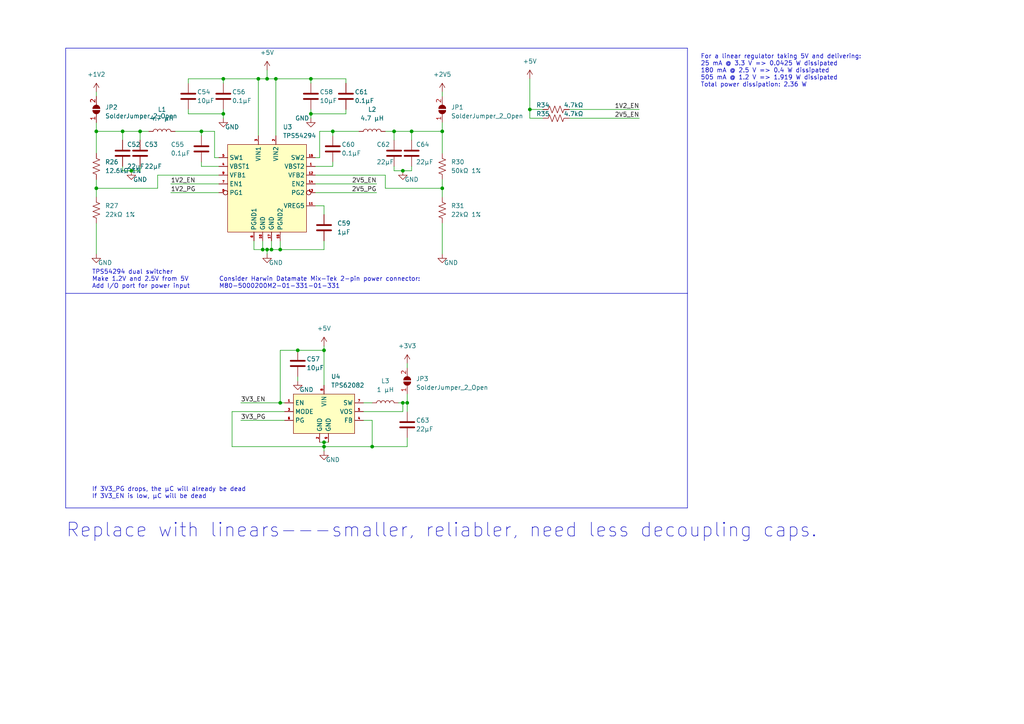
<source format=kicad_sch>
(kicad_sch (version 20230121) (generator eeschema)
  (paper "A4")
  (lib_symbols
    (symbol "Device:C" (pin_numbers hide) (pin_names (offset 0.254))
      (property "Reference" "C" (at 0.635 2.54 0))
      (property "Value" "C" (at 0.635 -2.54 0))
      (symbol "C_0_1"
        (polyline (pts (xy -2.032 -0.762) (xy 2.032 -0.762)) (stroke (width 0.508)))
        (polyline (pts (xy -2.032 0.762) (xy 2.032 0.762)) (stroke (width 0.508)))
      )
      (symbol "C_1_1"
        (pin passive line (at 0 3.81 270) (length 2.794) (name "~") (number "1"))
        (pin passive line (at 0 -3.81 90) (length 2.794) (name "~") (number "2"))
      )
    )
    (symbol "Device:L" (pin_numbers hide) (pin_names (offset 1.016) hide)
      (property "Reference" "L" (at -1.27 0 90))
      (property "Value" "L" (at 1.905 0 90))
      (symbol "L_0_1"
        (arc (start 0 -2.54) (mid 0.6323 -1.905) (end 0 -1.27))
        (arc (start 0 -1.27) (mid 0.6323 -0.635) (end 0 0))
        (arc (start 0 0) (mid 0.6323 0.635) (end 0 1.27))
        (arc (start 0 1.27) (mid 0.6323 1.905) (end 0 2.54))
      )
      (symbol "L_1_1"
        (pin passive line (at 0 3.81 270) (length 1.27) (name "1") (number "1"))
        (pin passive line (at 0 -3.81 90) (length 1.27) (name "2") (number "2"))
      )
    )
    (symbol "Device:R_US" (pin_numbers hide) (pin_names (offset 0))
      (property "Reference" "R" (at 2.54 0 90))
      (property "Value" "R_US" (at -2.54 0 90))
      (symbol "R_US_0_1"
        (polyline (pts (xy 0 -2.286) (xy 0 -2.54)))
        (polyline (pts (xy 0 2.286) (xy 0 2.54)))
        (polyline (pts (xy 0 -0.762) (xy 1.016 -1.143) (xy 0 -1.524) (xy -1.016 -1.905) (xy 0 -2.286)))
        (polyline (pts (xy 0 0.762) (xy 1.016 0.381) (xy 0 0) (xy -1.016 -0.381) (xy 0 -0.762)))
        (polyline (pts (xy 0 2.286) (xy 1.016 1.905) (xy 0 1.524) (xy -1.016 1.143) (xy 0 0.762)))
      )
      (symbol "R_US_1_1"
        (pin passive line (at 0 3.81 270) (length 1.27) (name "~") (number "1"))
        (pin passive line (at 0 -3.81 90) (length 1.27) (name "~") (number "2"))
      )
    )
    (symbol "Jumper:SolderJumper_2_Open" (pin_names (offset 0) hide)
      (property "Reference" "JP" (at 0 2.032 0))
      (property "Value" "SolderJumper_2_Open" (at 0 -2.54 0))
      (symbol "SolderJumper_2_Open_0_1"
        (arc (start -0.254 1.016) (mid -1.2656 0) (end -0.254 -1.016))
        (arc (start -0.254 1.016) (mid -1.2656 0) (end -0.254 -1.016) (fill (type outline)))
        (polyline (pts (xy -0.254 1.016) (xy -0.254 -1.016)))
        (polyline (pts (xy 0.254 1.016) (xy 0.254 -1.016)))
        (arc (start 0.254 -1.016) (mid 1.2656 0) (end 0.254 1.016))
        (arc (start 0.254 -1.016) (mid 1.2656 0) (end 0.254 1.016) (fill (type outline)))
      )
      (symbol "SolderJumper_2_Open_1_1"
        (pin passive line (at -3.81 0 0) (length 2.54) (name "A") (number "1"))
        (pin passive line (at 3.81 0 180) (length 2.54) (name "B") (number "2"))
      )
    )
    (symbol "Regulator_Switching:TPS54294"
      (property "Reference" "U" (at 10.16 2.54 0))
      (property "Value" "TPS54294" (at 11.43 -26.67 0))
      (symbol "TPS54294_0_1"
        (rectangle (start -11.43 0) (end 11.43 -25.4) (fill (type background)))
      )
      (symbol "TPS54294_1_1"
        (pin passive line (at 13.97 -6.35 180) (length 2.54) (name "VBST2") (number "1"))
        (pin passive line (at -1.27 -27.94 90) (length 2.54) (name "GND") (number "10"))
        (pin passive line (at 13.97 -17.78 180) (length 2.54) (name "VREG5") (number "11"))
        (pin passive line (at 13.97 -8.89 180) (length 2.54) (name "VFB2") (number "12"))
        (pin output inverted (at 13.97 -13.97 180) (length 2.54) (name "PG2") (number "13"))
        (pin input line (at 13.97 -11.43 180) (length 2.54) (name "EN2") (number "14"))
        (pin passive line (at 3.81 -27.94 90) (length 2.54) (name "PGND2") (number "15"))
        (pin open_collector line (at 13.97 -3.81 180) (length 2.54) (name "SW2") (number "16"))
        (pin passive line (at 1.27 -27.94 90) (length 2.54) (name "GND") (number "17"))
        (pin power_in line (at 2.54 2.54 270) (length 2.54) (name "VIN2") (number "2"))
        (pin power_in line (at -2.54 2.54 270) (length 2.54) (name "VIN1") (number "3"))
        (pin passive line (at -13.97 -6.35 0) (length 2.54) (name "VBST1") (number "4"))
        (pin open_collector line (at -13.97 -3.81 0) (length 2.54) (name "SW1") (number "5"))
        (pin passive line (at -3.81 -27.94 90) (length 2.54) (name "PGND1") (number "6"))
        (pin input line (at -13.97 -11.43 0) (length 2.54) (name "EN1") (number "7"))
        (pin output inverted (at -13.97 -13.97 0) (length 2.54) (name "PG1") (number "8"))
        (pin passive line (at -13.97 -8.89 0) (length 2.54) (name "VFB1") (number "9"))
      )
    )
    (symbol "Regulator_Switching:TPS62082"
      (property "Reference" "U" (at -7.62 3.81 0))
      (property "Value" "TPS62082" (at 5.08 3.81 0))
      (symbol "TPS62082_0_1"
        (rectangle (start -8.89 2.54) (end 8.89 -8.89) (fill (type background)))
      )
      (symbol "TPS62082_1_1"
        (pin input line (at -11.43 0 0) (length 2.54) (name "EN") (number "1"))
        (pin passive line (at -1.27 -11.43 90) (length 2.54) (name "GND") (number "2"))
        (pin input line (at -11.43 -2.54 0) (length 2.54) (name "MODE") (number "3"))
        (pin input line (at 11.43 -5.08 180) (length 2.54) (name "FB") (number "4"))
        (pin input line (at 11.43 -2.54 180) (length 2.54) (name "VOS") (number "5"))
        (pin output line (at -11.43 -5.08 0) (length 2.54) (name "PG") (number "6"))
        (pin output line (at 11.43 0 180) (length 2.54) (name "SW") (number "7"))
        (pin power_in line (at 0 5.08 270) (length 2.54) (name "VIN") (number "8"))
        (pin passive line (at 1.27 -11.43 90) (length 2.54) (name "GND") (number "9"))
      )
    )
    (symbol "power:+1V2" (power) (pin_names (offset 0))
      (property "Value" "+1V2" (at 0 3.556 0))
      (symbol "+1V2_0_1"
        (polyline (pts (xy -0.762 1.27) (xy 0 2.54)))
        (polyline (pts (xy 0 0) (xy 0 2.54)))
        (polyline (pts (xy 0 2.54) (xy 0.762 1.27)))
      )
      (symbol "+1V2_1_1"
        (pin power_in line (at 0 0 90) (length 0) hide (name "+1V2") (number "1"))
      )
    )
    (symbol "power:+2V5" (power) (pin_names (offset 0))
      (property "Value" "+2V5" (at 0 3.556 0))
      (symbol "+2V5_0_1"
        (polyline (pts (xy -0.762 1.27) (xy 0 2.54)))
        (polyline (pts (xy 0 0) (xy 0 2.54)))
        (polyline (pts (xy 0 2.54) (xy 0.762 1.27)))
      )
      (symbol "+2V5_1_1"
        (pin power_in line (at 0 0 90) (length 0) hide (name "+2V5") (number "1"))
      )
    )
    (symbol "power:+3V3" (power) (pin_names (offset 0))
      (property "Value" "+3V3" (at 0 3.556 0))
      (symbol "+3V3_0_1"
        (polyline (pts (xy -0.762 1.27) (xy 0 2.54)))
        (polyline (pts (xy 0 0) (xy 0 2.54)))
        (polyline (pts (xy 0 2.54) (xy 0.762 1.27)))
      )
      (symbol "+3V3_1_1"
        (pin power_in line (at 0 0 90) (length 0) hide (name "+3V3") (number "1"))
      )
    )
    (symbol "power:+5V" (power) (pin_names (offset 0))
      (property "Value" "+5V" (at 0 3.556 0))
      (symbol "+5V_0_1"
        (polyline (pts (xy -0.762 1.27) (xy 0 2.54)))
        (polyline (pts (xy 0 0) (xy 0 2.54)))
        (polyline (pts (xy 0 2.54) (xy 0.762 1.27)))
      )
      (symbol "+5V_1_1"
        (pin power_in line (at 0 0 90) (length 0) hide (name "+5V") (number "1"))
      )
    )
    (symbol "power:GND" (power) (pin_names (offset 0))
      (property "Value" "GND" (at 0 -3.81 0))
      (symbol "GND_0_1"
        (polyline (pts (xy 0 0) (xy 0 -1.27) (xy 1.27 -1.27) (xy 0 -2.54) (xy -1.27 -1.27) (xy 0 -1.27)))
      )
      (symbol "GND_1_1"
        (pin power_in line (at 0 0 270) (length 0) hide (name "GND") (number "1"))
      )
    )
  )
  (junction (at 128.27 38.1))
  (junction (at 74.93 22.86))
  (junction (at 38.1 49.53))
  (junction (at 81.28 116.84))
  (junction (at 27.94 38.1))
  (junction (at 114.3 38.1))
  (junction (at 90.17 33.02))
  (junction (at 116.84 49.53))
  (junction (at 80.01 22.86))
  (junction (at 96.52 38.1))
  (junction (at 64.77 33.02))
  (junction (at 77.47 22.86))
  (junction (at 76.2 72.39))
  (junction (at 107.95 129.54))
  (junction (at 153.67 31.75))
  (junction (at 27.94 54.61))
  (junction (at 35.56 38.1))
  (junction (at 86.36 101.6))
  (junction (at 78.74 72.39))
  (junction (at 90.17 22.86))
  (junction (at 77.47 72.39))
  (junction (at 93.98 101.6))
  (junction (at 81.28 72.39))
  (junction (at 93.98 128.27))
  (junction (at 93.98 129.54))
  (junction (at 116.84 116.84))
  (junction (at 58.42 38.1))
  (junction (at 40.64 38.1))
  (junction (at 128.27 54.61))
  (junction (at 118.11 116.84))
  (junction (at 64.77 22.86))
  (junction (at 119.38 38.1))
  (wire (pts (xy 58.42 38.1) (xy 62.23 38.1)))
  (wire (pts (xy 90.17 33.02) (xy 90.17 34.29)))
  (wire (pts (xy 74.93 22.86) (xy 74.93 39.37)))
  (wire (pts (xy 54.61 22.86) (xy 64.77 22.86)))
  (wire (pts (xy 73.66 72.39) (xy 76.2 72.39)))
  (wire (pts (xy 118.11 105.41) (xy 118.11 106.68)))
  (wire (pts (xy 43.18 38.1) (xy 40.64 38.1)))
  (wire (pts (xy 35.56 38.1) (xy 35.56 40.64)))
  (wire (pts (xy 27.94 38.1) (xy 27.94 35.56)))
  (wire (pts (xy 45.72 54.61) (xy 45.72 50.8)))
  (wire (pts (xy 111.76 50.8) (xy 111.76 54.61)))
  (wire (pts (xy 128.27 38.1) (xy 128.27 44.45)))
  (wire (pts (xy 93.98 101.6) (xy 93.98 111.76)))
  (wire (pts (xy 81.28 69.85) (xy 81.28 72.39)))
  (wire (pts (xy 92.71 128.27) (xy 93.98 128.27)))
  (wire (pts (xy 93.98 128.27) (xy 95.25 128.27)))
  (wire (pts (xy 77.47 72.39) (xy 76.2 72.39)))
  (wire (pts (xy 153.67 31.75) (xy 157.48 31.75)))
  (wire (pts (xy 58.42 38.1) (xy 58.42 39.37)))
  (wire (pts (xy 67.31 119.38) (xy 67.31 129.54)))
  (wire (pts (xy 38.1 49.53) (xy 40.64 49.53)))
  (wire (pts (xy 93.98 101.6) (xy 86.36 101.6)))
  (wire (pts (xy 35.56 48.26) (xy 35.56 49.53)))
  (wire (pts (xy 40.64 49.53) (xy 40.64 48.26)))
  (wire (pts (xy 81.28 116.84) (xy 82.55 116.84)))
  (polyline (pts (xy 199.39 147.32) (xy 19.05 147.32)))
  (wire (pts (xy 105.41 121.92) (xy 107.95 121.92)))
  (wire (pts (xy 64.77 22.86) (xy 64.77 24.13)))
  (wire (pts (xy 114.3 38.1) (xy 119.38 38.1)))
  (wire (pts (xy 27.94 52.07) (xy 27.94 54.61)))
  (wire (pts (xy 54.61 24.13) (xy 54.61 22.86)))
  (polyline (pts (xy 199.39 85.09) (xy 199.39 147.32)))
  (wire (pts (xy 27.94 54.61) (xy 45.72 54.61)))
  (wire (pts (xy 96.52 48.26) (xy 91.44 48.26)))
  (wire (pts (xy 62.23 45.72) (xy 63.5 45.72)))
  (wire (pts (xy 153.67 31.75) (xy 153.67 34.29)))
  (wire (pts (xy 91.44 45.72) (xy 92.71 45.72)))
  (wire (pts (xy 58.42 48.26) (xy 63.5 48.26)))
  (wire (pts (xy 27.94 64.77) (xy 27.94 73.66)))
  (wire (pts (xy 35.56 49.53) (xy 38.1 49.53)))
  (wire (pts (xy 40.64 38.1) (xy 35.56 38.1)))
  (wire (pts (xy 67.31 129.54) (xy 93.98 129.54)))
  (wire (pts (xy 80.01 22.86) (xy 80.01 39.37)))
  (wire (pts (xy 27.94 57.15) (xy 27.94 54.61)))
  (wire (pts (xy 81.28 101.6) (xy 86.36 101.6)))
  (wire (pts (xy 73.66 69.85) (xy 73.66 72.39)))
  (wire (pts (xy 90.17 22.86) (xy 90.17 24.13)))
  (wire (pts (xy 92.71 38.1) (xy 96.52 38.1)))
  (wire (pts (xy 105.41 119.38) (xy 116.84 119.38)))
  (wire (pts (xy 50.8 38.1) (xy 58.42 38.1)))
  (wire (pts (xy 93.98 129.54) (xy 93.98 130.81)))
  (wire (pts (xy 27.94 38.1) (xy 27.94 44.45)))
  (wire (pts (xy 93.98 128.27) (xy 93.98 129.54)))
  (wire (pts (xy 153.67 34.29) (xy 157.48 34.29)))
  (wire (pts (xy 93.98 100.33) (xy 93.98 101.6)))
  (wire (pts (xy 67.31 119.38) (xy 82.55 119.38)))
  (polyline (pts (xy 199.39 13.97) (xy 199.39 85.09)))
  (wire (pts (xy 45.72 50.8) (xy 63.5 50.8)))
  (wire (pts (xy 35.56 38.1) (xy 27.94 38.1)))
  (wire (pts (xy 64.77 33.02) (xy 64.77 34.29)))
  (polyline (pts (xy 19.05 13.97) (xy 199.39 13.97)))
  (polyline (pts (xy 199.39 85.09) (xy 19.05 85.09)))
  (polyline (pts (xy 19.05 147.32) (xy 19.05 85.09)))
  (wire (pts (xy 128.27 64.77) (xy 128.27 73.66)))
  (wire (pts (xy 40.64 38.1) (xy 40.64 40.64)))
  (wire (pts (xy 119.38 49.53) (xy 116.84 49.53)))
  (wire (pts (xy 153.67 22.86) (xy 153.67 31.75)))
  (wire (pts (xy 116.84 116.84) (xy 118.11 116.84)))
  (wire (pts (xy 118.11 127) (xy 118.11 129.54)))
  (wire (pts (xy 119.38 49.53) (xy 119.38 48.26)))
  (wire (pts (xy 128.27 54.61) (xy 128.27 57.15)))
  (wire (pts (xy 90.17 22.86) (xy 100.33 22.86)))
  (wire (pts (xy 128.27 38.1) (xy 128.27 35.56)))
  (wire (pts (xy 111.76 38.1) (xy 114.3 38.1)))
  (wire (pts (xy 118.11 119.38) (xy 118.11 116.84)))
  (wire (pts (xy 58.42 46.99) (xy 58.42 48.26)))
  (wire (pts (xy 165.1 31.75) (xy 185.42 31.75)))
  (wire (pts (xy 96.52 38.1) (xy 104.14 38.1)))
  (wire (pts (xy 63.5 53.34) (xy 49.53 53.34)))
  (wire (pts (xy 105.41 116.84) (xy 107.95 116.84)))
  (wire (pts (xy 128.27 52.07) (xy 128.27 54.61)))
  (wire (pts (xy 114.3 48.26) (xy 114.3 49.53)))
  (wire (pts (xy 91.44 53.34) (xy 109.22 53.34)))
  (wire (pts (xy 93.98 72.39) (xy 81.28 72.39)))
  (wire (pts (xy 54.61 33.02) (xy 64.77 33.02)))
  (wire (pts (xy 64.77 22.86) (xy 74.93 22.86)))
  (polyline (pts (xy 19.05 85.09) (xy 19.05 13.97)))
  (wire (pts (xy 115.57 116.84) (xy 116.84 116.84)))
  (wire (pts (xy 69.85 121.92) (xy 82.55 121.92)))
  (wire (pts (xy 77.47 72.39) (xy 77.47 73.66)))
  (wire (pts (xy 69.85 116.84) (xy 81.28 116.84)))
  (wire (pts (xy 78.74 69.85) (xy 78.74 72.39)))
  (wire (pts (xy 49.53 55.88) (xy 63.5 55.88)))
  (wire (pts (xy 93.98 129.54) (xy 107.95 129.54)))
  (wire (pts (xy 77.47 22.86) (xy 80.01 22.86)))
  (wire (pts (xy 90.17 31.75) (xy 90.17 33.02)))
  (wire (pts (xy 119.38 38.1) (xy 119.38 40.64)))
  (wire (pts (xy 114.3 38.1) (xy 114.3 40.64)))
  (wire (pts (xy 81.28 116.84) (xy 81.28 101.6)))
  (wire (pts (xy 54.61 31.75) (xy 54.61 33.02)))
  (wire (pts (xy 80.01 22.86) (xy 90.17 22.86)))
  (wire (pts (xy 78.74 72.39) (xy 77.47 72.39)))
  (wire (pts (xy 76.2 72.39) (xy 76.2 69.85)))
  (wire (pts (xy 81.28 72.39) (xy 78.74 72.39)))
  (wire (pts (xy 93.98 69.85) (xy 93.98 72.39)))
  (wire (pts (xy 93.98 62.23) (xy 93.98 59.69)))
  (wire (pts (xy 27.94 27.94) (xy 27.94 26.67)))
  (wire (pts (xy 118.11 114.3) (xy 118.11 116.84)))
  (wire (pts (xy 90.17 33.02) (xy 100.33 33.02)))
  (wire (pts (xy 107.95 121.92) (xy 107.95 129.54)))
  (wire (pts (xy 91.44 50.8) (xy 111.76 50.8)))
  (wire (pts (xy 62.23 38.1) (xy 62.23 45.72)))
  (wire (pts (xy 165.1 34.29) (xy 185.42 34.29)))
  (wire (pts (xy 77.47 20.32) (xy 77.47 22.86)))
  (wire (pts (xy 100.33 22.86) (xy 100.33 24.13)))
  (wire (pts (xy 91.44 55.88) (xy 109.22 55.88)))
  (wire (pts (xy 74.93 22.86) (xy 77.47 22.86)))
  (wire (pts (xy 96.52 38.1) (xy 96.52 39.37)))
  (wire (pts (xy 100.33 31.75) (xy 100.33 33.02)))
  (wire (pts (xy 92.71 45.72) (xy 92.71 38.1)))
  (wire (pts (xy 119.38 38.1) (xy 128.27 38.1)))
  (wire (pts (xy 93.98 59.69) (xy 91.44 59.69)))
  (wire (pts (xy 128.27 27.94) (xy 128.27 26.67)))
  (wire (pts (xy 64.77 31.75) (xy 64.77 33.02)))
  (wire (pts (xy 114.3 49.53) (xy 116.84 49.53)))
  (wire (pts (xy 116.84 119.38) (xy 116.84 116.84)))
  (wire (pts (xy 111.76 54.61) (xy 128.27 54.61)))
  (wire (pts (xy 118.11 129.54) (xy 107.95 129.54)))
  (wire (pts (xy 96.52 46.99) (xy 96.52 48.26)))
  (wire (pts (xy 86.36 109.22) (xy 86.36 110.49)))
  (text "Consider Harwin Datamate Mix-Tek 2-pin power connector:\nM80-5000200M2-01-331-01-331" (at 63.5 83.82 0) (effects (font (size 1.27 1.27)) (justify left bottom)))
  (text "For a linear regulator taking 5V and delivering:\n25 mA @ 3.3 V => 0.0425 W dissipated \n180 mA @ 2.5 V => 0.4 W dissipated\n505 mA @ 1.2 V => 1.919 W dissipated\nTotal power dissipation: 2.36 W\n" (at 203.2 25.4 0) (effects (font (size 1.27 1.27)) (justify left bottom)))
  (text "Replace with linears---smaller, reliabler, need less decoupling caps." (at 19.05 156.21 0) (effects (font (size 4 4)) (justify left bottom)))
  (text "If 3V3_PG drops, the µC will already be dead\nIf 3V3_EN is low, µC will be dead" (at 26.67 144.78 0) (effects (font (size 1.27 1.27)) (justify left bottom)))
  (text "TPS54294 dual switcher\nMake 1.2V and 2.5V from 5V\nAdd I/O port for power input\n" (at 26.67 83.82 0) (effects (font (size 1.27 1.27)) (justify left bottom)))
  (label "2V5_EN" (at 109.22 53.34 180))
  (label "1V2_EN" (at 49.53 53.34 0))
  (label "2V5_EN" (at 185.42 34.29 180))
  (label "1V2_PG" (at 49.53 55.88 0))
  (label "1V2_EN" (at 185.42 31.75 180))
  (label "3V3_EN" (at 69.85 116.84 0))
  (label "2V5_PG" (at 109.22 55.88 180))
  (label "3V3_PG" (at 69.85 121.92 0))
  (symbol (lib_id "Device:C") (at 58.42 43.18 180) (unit 1)
    (property "Reference" "C55" (at 49.53 41.91 0) (effects (justify right)))
    (property "Value" "0.1µF" (at 49.53 44.45 0) (effects (justify right)))
    (property "Footprint" "Capacitor_SMD:C_0402_1005Metric" (effects hide))
  )
  (symbol (lib_id "Regulator_Switching:TPS54294") (at 77.47 41.91 0) (unit 1)
    (property "Reference" "U3" (at 82.0294 36.83 0) (effects (justify left)))
    (property "Value" "TPS54294" (at 82.0294 39.37 0) (effects (justify left)))
    (property "Footprint" "Package_DFN_QFN:Texas_S-PVQFN-N16_EP2.7x2.7mm" (effects hide))
    (property "Datasheet" "https://www.ti.com/lit/ds/symlink/tps54294.pdf?HQS=dis-dk-null-digikeymode-dsf-pf-null-wwe&ts=1657577853680" (effects hide))
    (property "Digikey" "296-36392-1-ND" (effects hide))
  )
  (symbol (lib_id "power:+5V") (at 77.47 20.32 0) (unit 1)
    (property "Reference" "#PWR044" (effects hide))
    (property "Value" "+5V" (at 77.47 15.24 0))
  )
  (symbol (lib_id "power:+2V5") (at 128.27 26.67 0) (unit 1)
    (property "Reference" "#PWR052" (effects hide))
    (property "Value" "+2V5" (at 128.27 21.59 0))
  )
  (symbol (lib_id "Device:C") (at 114.3 44.45 180) (unit 1)
    (property "Reference" "C62" (at 109.22 41.91 0) (effects (justify right)))
    (property "Value" "22µF" (at 109.22 46.99 0) (effects (justify right)))
    (property "Footprint" "Capacitor_SMD:C_1206_3216Metric" (effects hide))
  )
  (symbol (lib_id "Device:L") (at 111.76 116.84 90) (unit 1)
    (property "Reference" "L3" (at 111.76 110.49 90))
    (property "Value" "1 µH" (at 111.76 113.03 90))
    (property "Footprint" "Inductor_SMD:L_Wuerth_MAPI-3020" (effects hide))
    (property "Datasheet" "https://www.we-online.com/katalog/datasheet/74438336010.pdf" (effects hide))
    (property "Digikey" "732-5693-1-ND" (effects hide))
  )
  (symbol (lib_id "Device:C") (at 100.33 27.94 180) (unit 1)
    (property "Reference" "C61" (at 102.87 26.67 0) (effects (justify right)))
    (property "Value" "0.1µF" (at 102.87 29.21 0) (effects (justify right)))
    (property "Footprint" "Capacitor_SMD:C_0402_1005Metric" (effects hide))
  )
  (symbol (lib_id "power:GND") (at 90.17 34.29 0) (unit 1)
    (property "Reference" "#PWR047" (effects hide))
    (property "Value" "GND" (at 87.63 34.29 0))
  )
  (symbol (lib_id "power:GND") (at 116.84 49.53 0) (unit 1)
    (property "Reference" "#PWR050" (effects hide))
    (property "Value" "GND" (at 119.38 52.07 0))
  )
  (symbol (lib_id "Device:C") (at 118.11 123.19 180) (unit 1)
    (property "Reference" "C63" (at 120.65 121.92 0) (effects (justify right)))
    (property "Value" "22µF" (at 120.65 124.46 0) (effects (justify right)))
    (property "Footprint" "Capacitor_SMD:C_0805_2012Metric" (effects hide))
  )
  (symbol (lib_id "power:GND") (at 86.36 110.49 0) (unit 1)
    (property "Reference" "#PWR046" (effects hide))
    (property "Value" "GND" (at 88.9 113.03 0))
  )
  (symbol (lib_id "Device:C") (at 90.17 27.94 180) (unit 1)
    (property "Reference" "C58" (at 92.71 26.67 0) (effects (justify right)))
    (property "Value" "10µF" (at 92.71 29.21 0) (effects (justify right)))
    (property "Footprint" "Capacitor_SMD:C_0805_2012Metric" (effects hide))
  )
  (symbol (lib_id "Device:R_US") (at 161.29 31.75 90) (unit 1)
    (property "Reference" "R34" (at 157.48 30.48 90))
    (property "Value" "4.7kΩ" (at 166.37 30.48 90))
    (property "Footprint" "Resistor_SMD:R_0603_1608Metric" (effects hide))
  )
  (symbol (lib_id "Jumper:SolderJumper_2_Open") (at 128.27 31.75 90) (unit 1)
    (property "Reference" "JP1" (at 130.81 31.115 90) (effects (justify right)))
    (property "Value" "SolderJumper_2_Open" (at 130.81 33.655 90) (effects (justify right)))
    (property "Footprint" "Jumper:SolderJumper-2_P1.3mm_Open_RoundedPad1.0x1.5mm" (effects hide))
  )
  (symbol (lib_id "Device:C") (at 119.38 44.45 180) (unit 1)
    (property "Reference" "C64" (at 120.65 41.91 0) (effects (justify right)))
    (property "Value" "22µF" (at 120.65 46.99 0) (effects (justify right)))
    (property "Footprint" "Capacitor_SMD:C_1206_3216Metric" (effects hide))
  )
  (symbol (lib_id "power:GND") (at 128.27 73.66 0) (unit 1)
    (property "Reference" "#PWR053" (effects hide))
    (property "Value" "GND" (at 130.81 76.2 0))
  )
  (symbol (lib_id "Device:L") (at 107.95 38.1 90) (unit 1)
    (property "Reference" "L2" (at 107.95 31.75 90))
    (property "Value" "4.7 µH" (at 107.95 34.29 90))
    (property "Footprint" "Inductor_SMD:L_Wuerth_MAPI-4030" (effects hide))
    (property "Datasheet" "https://www.we-online.com/katalog/datasheet/74438357047.pdf" (effects hide))
    (property "Digikey" "732-11202-1-ND" (effects hide))
  )
  (symbol (lib_id "Jumper:SolderJumper_2_Open") (at 118.11 110.49 90) (unit 1)
    (property "Reference" "JP3" (at 120.65 109.855 90) (effects (justify right)))
    (property "Value" "SolderJumper_2_Open" (at 120.65 112.395 90) (effects (justify right)))
    (property "Footprint" "Jumper:SolderJumper-2_P1.3mm_Open_RoundedPad1.0x1.5mm" (effects hide))
  )
  (symbol (lib_id "power:+5V") (at 153.67 22.86 0) (unit 1)
    (property "Reference" "#PWR054" (effects hide))
    (property "Value" "+5V" (at 153.67 17.78 0))
  )
  (symbol (lib_id "Device:C") (at 54.61 27.94 180) (unit 1)
    (property "Reference" "C54" (at 57.15 26.67 0) (effects (justify right)))
    (property "Value" "10µF" (at 57.15 29.21 0) (effects (justify right)))
    (property "Footprint" "Capacitor_SMD:C_0805_2012Metric" (effects hide))
  )
  (symbol (lib_id "Device:C") (at 35.56 44.45 180) (unit 1)
    (property "Reference" "C52" (at 36.83 41.91 0) (effects (justify right)))
    (property "Value" "22µF" (at 36.83 48.26 0) (effects (justify right)))
    (property "Footprint" "Capacitor_SMD:C_1206_3216Metric" (effects hide))
  )
  (symbol (lib_id "Device:L") (at 46.99 38.1 90) (unit 1)
    (property "Reference" "L1" (at 46.99 31.75 90))
    (property "Value" "4.7 µH" (at 46.99 34.29 90))
    (property "Footprint" "Inductor_SMD:L_Wuerth_MAPI-4030" (effects hide))
    (property "Datasheet" "https://www.we-online.com/katalog/datasheet/74438357047.pdf" (effects hide))
    (property "Digikey" "732-11202-1-ND" (effects hide))
  )
  (symbol (lib_id "power:+3V3") (at 118.11 105.41 0) (unit 1)
    (property "Reference" "#PWR051" (effects hide))
    (property "Value" "+3V3" (at 118.11 100.33 0))
  )
  (symbol (lib_id "Device:R_US") (at 161.29 34.29 90) (unit 1)
    (property "Reference" "R35" (at 157.48 33.02 90))
    (property "Value" "4.7kΩ" (at 166.37 33.02 90))
    (property "Footprint" "Resistor_SMD:R_0603_1608Metric" (effects hide))
  )
  (symbol (lib_id "power:GND") (at 93.98 130.81 0) (unit 1)
    (property "Reference" "#PWR049" (effects hide))
    (property "Value" "GND" (at 96.52 133.35 0))
  )
  (symbol (lib_id "Jumper:SolderJumper_2_Open") (at 27.94 31.75 90) (unit 1)
    (property "Reference" "JP2" (at 30.48 31.115 90) (effects (justify right)))
    (property "Value" "SolderJumper_2_Open" (at 30.48 33.655 90) (effects (justify right)))
    (property "Footprint" "Jumper:SolderJumper-2_P1.3mm_Open_RoundedPad1.0x1.5mm" (effects hide))
  )
  (symbol (lib_id "Device:C") (at 64.77 27.94 180) (unit 1)
    (property "Reference" "C56" (at 67.31 26.67 0) (effects (justify right)))
    (property "Value" "0.1µF" (at 67.31 29.21 0) (effects (justify right)))
    (property "Footprint" "Capacitor_SMD:C_0402_1005Metric" (effects hide))
  )
  (symbol (lib_id "power:GND") (at 64.77 34.29 0) (unit 1)
    (property "Reference" "#PWR043" (effects hide))
    (property "Value" "GND" (at 67.31 36.83 0))
  )
  (symbol (lib_id "Device:C") (at 96.52 43.18 0) (unit 1)
    (property "Reference" "C60" (at 99.06 41.91 0) (effects (justify left)))
    (property "Value" "0.1µF" (at 99.06 44.45 0) (effects (justify left)))
    (property "Footprint" "Capacitor_SMD:C_0402_1005Metric" (effects hide))
  )
  (symbol (lib_id "power:+5V") (at 93.98 100.33 0) (unit 1)
    (property "Reference" "#PWR048" (effects hide))
    (property "Value" "+5V" (at 93.98 95.25 0))
  )
  (symbol (lib_id "Device:R_US") (at 27.94 60.96 180) (unit 1)
    (property "Reference" "R27" (at 30.48 59.6899 0) (effects (justify right)))
    (property "Value" "22kΩ 1%" (at 30.48 62.2299 0) (effects (justify right)))
    (property "Footprint" "Resistor_SMD:R_0603_1608Metric" (effects hide))
  )
  (symbol (lib_id "power:+1V2") (at 27.94 26.67 0) (unit 1)
    (property "Reference" "#PWR039" (effects hide))
    (property "Value" "+1V2" (at 27.94 21.59 0))
  )
  (symbol (lib_id "Device:R_US") (at 27.94 48.26 180) (unit 1)
    (property "Reference" "R26" (at 30.48 46.9899 0) (effects (justify right)))
    (property "Value" "12.6kΩ 1%" (at 30.48 49.5299 0) (effects (justify right)))
    (property "Footprint" "Resistor_SMD:R_0603_1608Metric" (effects hide))
  )
  (symbol (lib_id "Device:R_US") (at 128.27 48.26 0) (unit 1)
    (property "Reference" "R30" (at 130.81 46.9899 0) (effects (justify left)))
    (property "Value" "50kΩ 1%" (at 130.81 49.5299 0) (effects (justify left)))
    (property "Footprint" "Resistor_SMD:R_0603_1608Metric" (effects hide))
  )
  (symbol (lib_id "power:GND") (at 27.94 73.66 0) (unit 1)
    (property "Reference" "#PWR040" (effects hide))
    (property "Value" "GND" (at 30.48 76.2 0))
  )
  (symbol (lib_id "Device:C") (at 86.36 105.41 180) (unit 1)
    (property "Reference" "C57" (at 88.9 104.14 0) (effects (justify right)))
    (property "Value" "10µF" (at 88.9 106.68 0) (effects (justify right)))
    (property "Footprint" "Capacitor_SMD:C_0805_2012Metric" (effects hide))
  )
  (symbol (lib_id "Device:R_US") (at 128.27 60.96 0) (unit 1)
    (property "Reference" "R31" (at 130.81 59.6899 0) (effects (justify left)))
    (property "Value" "22kΩ 1%" (at 130.81 62.2299 0) (effects (justify left)))
    (property "Footprint" "Resistor_SMD:R_0603_1608Metric" (effects hide))
  )
  (symbol (lib_id "Regulator_Switching:TPS62082") (at 93.98 116.84 0) (unit 1)
    (property "Reference" "U4" (at 95.9994 109.22 0) (effects (justify left)))
    (property "Value" "TPS62082" (at 95.9994 111.76 0) (effects (justify left)))
    (property "Footprint" "Package_SON:WSON-8-1EP_2x2mm_P0.5mm_EP0.9x1.6mm" (effects hide))
    (property "Datasheet" "https://www.ti.com/lit/ds/symlink/tps62080.pdf?HQS=dis-dk-null-digikeymode-dsf-pf-null-wwe&ts=1658501893964" (effects hide))
    (property "Digikey" "296-29647-1-ND" (effects hide))
  )
  (symbol (lib_id "Device:C") (at 40.64 44.45 180) (unit 1)
    (property "Reference" "C53" (at 41.91 41.91 0) (effects (justify right)))
    (property "Value" "22µF" (at 41.91 48.26 0) (effects (justify right)))
    (property "Footprint" "Capacitor_SMD:C_1206_3216Metric" (effects hide))
  )
  (symbol (lib_id "Device:C") (at 93.98 66.04 0) (unit 1)
    (property "Reference" "C59" (at 97.79 64.7699 0) (effects (justify left)))
    (property "Value" "1µF" (at 97.79 67.3099 0) (effects (justify left)))
    (property "Footprint" "Capacitor_SMD:C_0603_1608Metric" (effects hide))
  )
  (symbol (lib_id "power:GND") (at 77.47 73.66 0) (unit 1)
    (property "Reference" "#PWR045" (effects hide))
    (property "Value" "GND" (at 80.01 76.2 0))
  )
  (symbol (lib_id "power:GND") (at 38.1 49.53 0) (unit 1)
    (property "Reference" "#PWR042" (effects hide))
    (property "Value" "GND" (at 40.64 52.07 0))
  )
)
</source>
